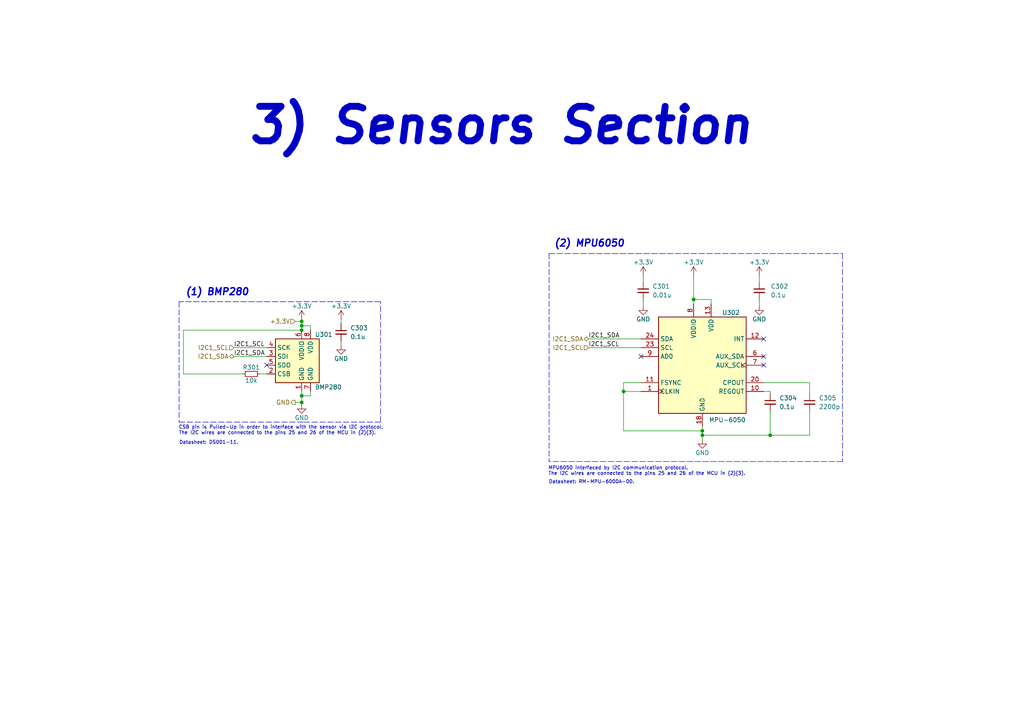
<source format=kicad_sch>
(kicad_sch (version 20211123) (generator eeschema)
  (paper "A4")
  (title_block (title "BaroAxel Brain PCB | Sensors Section") (rev "1.2") (company "Electro Scientific Club | Mohamed Yanis Hiou") (comment 1 "MPU6050 and BMP280 Sensors.") (comment 2 "Sesnsors' section of the BaroAxel Brain PCB."))
  (lib_symbols
    (symbol "Device:C_Small" (pin_numbers hide) (pin_names (offset 0.254) hide)
      (property "Reference" "C" (at 0.254 1.778 0))
      (property "Value" "C_Small" (at 0.254 -2.032 0))
      (symbol "C_Small_0_1"
        (polyline (pts (xy -1.524 -0.508) (xy 1.524 -0.508)) (stroke (width 0.3302)))
        (polyline (pts (xy -1.524 0.508) (xy 1.524 0.508)) (stroke (width 0.3048)))
      )
      (symbol "C_Small_1_1"
        (pin passive line (at 0 2.54 270) (length 2.032) (name "~") (number "1"))
        (pin passive line (at 0 -2.54 90) (length 2.032) (name "~") (number "2"))
      )
    )
    (symbol "Device:R_Small" (pin_numbers hide) (pin_names (offset 0.254) hide)
      (property "Reference" "R" (at 0.762 0.508 0))
      (property "Value" "R_Small" (at 0.762 -1.016 0))
      (symbol "R_Small_0_1"
        (rectangle (start -0.762 1.778) (end 0.762 -1.778) (stroke (width 0.2032)))
      )
      (symbol "R_Small_1_1"
        (pin passive line (at 0 2.54 270) (length 0.762) (name "~") (number "1"))
        (pin passive line (at 0 -2.54 90) (length 0.762) (name "~") (number "2"))
      )
    )
    (symbol "Sensor_Motion:MPU-6050"
      (property "Reference" "U" (at -11.43 13.97 0))
      (property "Value" "MPU-6050" (at 7.62 -15.24 0))
      (symbol "MPU-6050_0_0"
        (text "" (at 12.7 -2.54 0) (effects (font (size 1.27 1.27))))
      )
      (symbol "MPU-6050_0_1"
        (rectangle (start -12.7 13.97) (end 12.7 -13.97) (stroke (width 0.254)) (fill (type background)))
      )
      (symbol "MPU-6050_1_1"
        (pin input clock (at -17.78 -7.62 0) (length 5.08) (name "CLKIN") (number "1"))
        (pin passive line (at 17.78 -7.62 180) (length 5.08) (name "REGOUT") (number "10"))
        (pin input line (at -17.78 -5.08 0) (length 5.08) (name "FSYNC") (number "11"))
        (pin output line (at 17.78 7.62 180) (length 5.08) (name "INT") (number "12"))
        (pin power_in line (at 2.54 17.78 270) (length 3.81) (name "VDD") (number "13"))
        (pin no_connect line (at -12.7 -10.16 0) (length 2.54) hide (name "NC") (number "14"))
        (pin no_connect line (at 12.7 12.7 180) (length 2.54) hide (name "NC") (number "15"))
        (pin no_connect line (at 12.7 10.16 180) (length 2.54) hide (name "NC") (number "16"))
        (pin no_connect line (at 12.7 5.08 180) (length 2.54) hide (name "NC") (number "17"))
        (pin power_in line (at 0 -17.78 90) (length 3.81) (name "GND") (number "18"))
        (pin no_connect line (at 12.7 -10.16 180) (length 2.54) hide (name "NC") (number "19"))
        (pin no_connect line (at -12.7 12.7 0) (length 2.54) hide (name "NC") (number "2"))
        (pin passive line (at 17.78 -5.08 180) (length 5.08) (name "CPOUT") (number "20"))
        (pin no_connect line (at 12.7 -2.54 180) (length 2.54) hide (name "NC") (number "21"))
        (pin no_connect line (at 12.7 -12.7 180) (length 2.54) hide (name "NC") (number "22"))
        (pin input line (at -17.78 5.08 0) (length 5.08) (name "SCL") (number "23"))
        (pin bidirectional line (at -17.78 7.62 0) (length 5.08) (name "SDA") (number "24"))
        (pin no_connect line (at -12.7 10.16 0) (length 2.54) hide (name "NC") (number "3"))
        (pin no_connect line (at -12.7 0 0) (length 2.54) hide (name "NC") (number "4"))
        (pin no_connect line (at -12.7 -2.54 0) (length 2.54) hide (name "NC") (number "5"))
        (pin bidirectional line (at 17.78 2.54 180) (length 5.08) (name "AUX_SDA") (number "6"))
        (pin output clock (at 17.78 0 180) (length 5.08) (name "AUX_SCL") (number "7"))
        (pin power_in line (at -2.54 17.78 270) (length 3.81) (name "VDDIO") (number "8"))
        (pin input line (at -17.78 2.54 0) (length 5.08) (name "AD0") (number "9"))
      )
    )
    (symbol "Sensor_Pressure:BMP280"
      (property "Reference" "U" (at -7.62 10.16 0))
      (property "Value" "BMP280" (at 5.08 10.16 0))
      (symbol "BMP280_0_1"
        (rectangle (start -7.62 -5.08) (end 5.08 7.62) (stroke (width 0.254)) (fill (type background)))
      )
      (symbol "BMP280_1_1"
        (pin power_in line (at 0 -7.62 90) (length 2.54) (name "GND") (number "1"))
        (pin input line (at -10.16 -2.54 0) (length 2.54) (name "CSB") (number "2"))
        (pin bidirectional line (at -10.16 2.54 0) (length 2.54) (name "SDI") (number "3"))
        (pin input line (at -10.16 5.08 0) (length 2.54) (name "SCK") (number "4"))
        (pin bidirectional line (at -10.16 0 0) (length 2.54) (name "SDO") (number "5"))
        (pin power_in line (at 0 10.16 270) (length 2.54) (name "VDDIO") (number "6"))
        (pin power_in line (at 2.54 -7.62 90) (length 2.54) (name "GND") (number "7"))
        (pin power_in line (at 2.54 10.16 270) (length 2.54) (name "VDD") (number "8"))
      )
    )
    (symbol "power:+3.3V" (power) (pin_names (offset 0))
      (property "Value" "+3.3V" (at 0 3.556 0))
      (symbol "+3.3V_0_1"
        (polyline (pts (xy -0.762 1.27) (xy 0 2.54)))
        (polyline (pts (xy 0 0) (xy 0 2.54)))
        (polyline (pts (xy 0 2.54) (xy 0.762 1.27)))
      )
      (symbol "+3.3V_1_1"
        (pin power_in line (at 0 0 90) (length 0) hide (name "+3.3V") (number "1"))
      )
    )
    (symbol "power:GND" (power) (pin_names (offset 0))
      (property "Value" "GND" (at 0 -3.81 0))
      (symbol "GND_0_1"
        (polyline (pts (xy 0 0) (xy 0 -1.27) (xy 1.27 -1.27) (xy 0 -2.54) (xy -1.27 -1.27) (xy 0 -1.27)))
      )
      (symbol "GND_1_1"
        (pin power_in line (at 0 0 270) (length 0) hide (name "GND") (number "1"))
      )
    )
  )
  (junction (at 201.168 86.868))
  (junction (at 223.393 126.238))
  (junction (at 180.848 113.538))
  (junction (at 87.503 93.218))
  (junction (at 203.708 126.238))
  (junction (at 87.503 114.808))
  (junction (at 203.708 124.968))
  (junction (at 87.503 94.488))
  (junction (at 87.503 95.758))
  (junction (at 87.503 116.713))
  (no_connect (at 221.488 98.298))
  (no_connect (at 77.343 105.918))
  (no_connect (at 221.488 103.378))
  (no_connect (at 221.488 105.918))
  (no_connect (at 185.928 103.378))
  (wire (pts (xy 87.503 116.713) (xy 87.503 117.348)))
  (wire (pts (xy 85.598 93.218) (xy 87.503 93.218)))
  (wire (pts (xy 203.708 124.968) (xy 203.708 126.238)))
  (wire (pts (xy 220.218 79.883) (xy 220.218 81.788)))
  (wire (pts (xy 221.488 113.538) (xy 223.393 113.538)))
  (wire (pts (xy 206.248 88.138) (xy 206.248 86.868)))
  (polyline (pts (xy 51.943 122.428) (xy 88.138 122.428)))
  (wire (pts (xy 223.393 119.253) (xy 223.393 126.238)))
  (wire (pts (xy 98.933 98.933) (xy 98.933 100.203)))
  (wire (pts (xy 170.688 100.838) (xy 185.928 100.838)))
  (wire (pts (xy 87.503 113.538) (xy 87.503 114.808)))
  (polyline (pts (xy 88.138 122.428) (xy 110.363 122.428)))
  (wire (pts (xy 234.823 114.173) (xy 234.823 110.998)))
  (wire (pts (xy 85.598 116.713) (xy 87.503 116.713)))
  (wire (pts (xy 98.933 92.583) (xy 98.933 93.853)))
  (wire (pts (xy 90.043 94.488) (xy 87.503 94.488)))
  (wire (pts (xy 180.848 110.998) (xy 180.848 113.538)))
  (polyline (pts (xy 51.943 87.503) (xy 51.943 122.428)))
  (polyline (pts (xy 110.363 122.428) (xy 110.363 87.503)))
  (wire (pts (xy 185.928 113.538) (xy 180.848 113.538)))
  (wire (pts (xy 67.818 103.378) (xy 77.343 103.378)))
  (wire (pts (xy 201.168 86.868) (xy 206.248 86.868)))
  (wire (pts (xy 90.043 114.808) (xy 87.503 114.808)))
  (wire (pts (xy 186.563 86.868) (xy 186.563 88.773)))
  (wire (pts (xy 90.043 95.758) (xy 90.043 94.488)))
  (wire (pts (xy 67.818 100.838) (xy 77.343 100.838)))
  (polyline (pts (xy 159.258 73.533) (xy 244.348 73.533)))
  (polyline (pts (xy 244.348 73.533) (xy 244.348 133.858)))
  (wire (pts (xy 87.503 93.218) (xy 87.503 94.488)))
  (wire (pts (xy 234.823 110.998) (xy 221.488 110.998)))
  (wire (pts (xy 87.503 94.488) (xy 87.503 95.758)))
  (polyline (pts (xy 110.363 87.503) (xy 51.943 87.503)))
  (wire (pts (xy 201.168 79.883) (xy 201.168 86.868)))
  (wire (pts (xy 185.928 110.998) (xy 180.848 110.998)))
  (wire (pts (xy 87.503 92.583) (xy 87.503 93.218)))
  (wire (pts (xy 53.213 95.758) (xy 87.503 95.758)))
  (wire (pts (xy 180.848 124.968) (xy 203.708 124.968)))
  (wire (pts (xy 90.043 113.538) (xy 90.043 114.808)))
  (wire (pts (xy 234.823 126.238) (xy 223.393 126.238)))
  (polyline (pts (xy 244.348 133.858) (xy 159.258 133.858)))
  (wire (pts (xy 180.848 113.538) (xy 180.848 124.968)))
  (wire (pts (xy 53.213 108.458) (xy 70.358 108.458)))
  (wire (pts (xy 87.503 114.808) (xy 87.503 116.713)))
  (wire (pts (xy 223.393 126.238) (xy 203.708 126.238)))
  (wire (pts (xy 53.213 108.458) (xy 53.213 95.758)))
  (wire (pts (xy 234.823 119.253) (xy 234.823 126.238)))
  (wire (pts (xy 203.708 123.698) (xy 203.708 124.968)))
  (wire (pts (xy 203.708 126.238) (xy 203.708 127.508)))
  (wire (pts (xy 75.438 108.458) (xy 77.343 108.458)))
  (wire (pts (xy 201.168 86.868) (xy 201.168 88.138)))
  (wire (pts (xy 186.563 79.883) (xy 186.563 81.788)))
  (wire (pts (xy 223.393 113.538) (xy 223.393 114.173)))
  (wire (pts (xy 170.688 98.298) (xy 185.928 98.298)))
  (wire (pts (xy 220.218 86.868) (xy 220.218 88.773)))
  (polyline (pts (xy 159.258 73.533) (xy 159.258 133.858)))
  (text "MPU6050 interfaced by I2C communication protocol.\nThe I2C wires are connected to the pins 25 and 26 of the MCU in (2)(3)." (at 159.004 138.049 0) (effects (font (size 1 1)) (justify left bottom)))
  (text "Datasheet: RM-MPU-6000A-00." (at 159.131 140.462 0) (effects (font (size 1 1)) (justify left bottom)))
  (text "3) Sensors Section" (at 71.374 42.418 0) (effects (font (size 10 10) bold italic) (justify left bottom)))
  (text "(2) MPU6050" (at 160.655 71.882 0) (effects (font (size 2 2) bold italic) (justify left bottom)))
  (text "Datasheet: DS001-11." (at 51.943 129.032 0) (effects (font (size 1 1)) (justify left bottom)))
  (text "CSB pin is Pulled-Up in order to interface with the sensor via I2C protocol.\nThe I2C wires are connected to the pins 25 and 26 of the MCU in (2)(3)." (at 51.816 126.238 0) (effects (font (size 1 1)) (justify left bottom)))
  (text "(1) BMP280\n" (at 53.721 85.979 0) (effects (font (size 2 2) bold italic) (justify left bottom)))
  (label "I2C1_SCL" (at 67.818 100.838 0))
  (label "I2C1_SCL" (at 170.688 100.838 0))
  (label "I2C1_SDA" (at 67.818 103.378 0))
  (label "I2C1_SDA" (at 170.688 98.298 0))
  (hierarchical_label "I2C1_SDA" (shape bidirectional) (at 170.688 98.298 180))
  (hierarchical_label "+3.3V" (shape input) (at 85.598 93.218 180))
  (hierarchical_label "I2C1_SCL" (shape input) (at 67.818 100.838 180))
  (hierarchical_label "I2C1_SCL" (shape input) (at 170.688 100.838 180))
  (hierarchical_label "GND" (shape output) (at 85.598 116.713 180))
  (hierarchical_label "I2C1_SDA" (shape bidirectional) (at 67.818 103.378 180))
  (symbol (lib_id "power:GND") (at 87.503 117.348 0) (unit 1)
    (property "Reference" "#PWR0309" (effects hide))
    (property "Value" "GND" (at 87.503 121.158 0))
  )
  (symbol (lib_id "Device:R_Small") (at 72.898 108.458 90) (unit 1)
    (property "Reference" "R301" (at 72.898 106.553 90))
    (property "Value" "10k" (at 72.898 110.363 90))
    (property "Footprint" "Resistor_SMD:R_0603_1608Metric" (effects hide))
  )
  (symbol (lib_id "power:GND") (at 220.218 88.773 0) (unit 1)
    (property "Reference" "#PWR0305" (effects hide))
    (property "Value" "GND" (at 220.218 92.583 0))
  )
  (symbol (lib_id "Sensor_Pressure:BMP280") (at 87.503 105.918 0) (unit 1)
    (property "Reference" "U301" (at 91.313 97.028 0) (effects (justify left)))
    (property "Value" "BMP280" (at 91.313 112.268 0) (effects (justify left)))
    (property "Footprint" "Package_LGA:Bosch_LGA-8_2x2.5mm_P0.65mm_ClockwisePinNumbering" (effects hide))
    (property "Datasheet" "https://ae-bst.resource.bosch.com/media/_tech/media/datasheets/BST-BMP280-DS001.pdf" (effects hide))
  )
  (symbol (lib_id "Device:C_Small") (at 186.563 84.328 0) (unit 1)
    (property "Reference" "C301" (at 189.23 83.0642 0) (effects (justify left)))
    (property "Value" "0.01u" (at 189.23 85.6042 0) (effects (justify left)))
    (property "Footprint" "Capacitor_SMD:C_0603_1608Metric" (effects hide))
  )
  (symbol (lib_id "Sensor_Motion:MPU-6050") (at 203.708 105.918 0) (unit 1)
    (property "Reference" "U302" (at 209.423 90.678 0) (effects (justify left)))
    (property "Value" "MPU-6050" (at 205.613 121.793 0) (effects (justify left)))
    (property "Footprint" "Sensor_Motion:InvenSense_QFN-24_4x4mm_P0.5mm" (effects hide))
    (property "Datasheet" "https://store.invensense.com/datasheets/invensense/MPU-6050_DataSheet_V3%204.pdf" (effects hide))
  )
  (symbol (lib_id "power:+3.3V") (at 87.503 92.583 0) (unit 1)
    (property "Reference" "#PWR0306" (effects hide))
    (property "Value" "+3.3V" (at 87.503 88.773 0))
  )
  (symbol (lib_id "power:GND") (at 186.563 88.773 0) (unit 1)
    (property "Reference" "#PWR0304" (effects hide))
    (property "Value" "GND" (at 186.563 92.583 0))
  )
  (symbol (lib_id "power:+3.3V") (at 201.168 79.883 0) (unit 1)
    (property "Reference" "#PWR0302" (effects hide))
    (property "Value" "+3.3V" (at 201.168 76.073 0))
  )
  (symbol (lib_id "Device:C_Small") (at 220.218 84.328 0) (unit 1)
    (property "Reference" "C302" (at 223.52 83.0642 0) (effects (justify left)))
    (property "Value" "0.1u" (at 223.52 85.6042 0) (effects (justify left)))
    (property "Footprint" "Capacitor_SMD:C_0603_1608Metric" (effects hide))
  )
  (symbol (lib_id "Device:C_Small") (at 98.933 96.393 0) (unit 1)
    (property "Reference" "C303" (at 101.6 95.1292 0) (effects (justify left)))
    (property "Value" "0.1u" (at 101.6 97.6692 0) (effects (justify left)))
    (property "Footprint" "Capacitor_SMD:C_0603_1608Metric" (effects hide))
  )
  (symbol (lib_id "power:GND") (at 98.933 100.203 0) (unit 1)
    (property "Reference" "#PWR0308" (effects hide))
    (property "Value" "GND" (at 98.933 104.013 0))
  )
  (symbol (lib_id "power:GND") (at 203.708 127.508 0) (unit 1)
    (property "Reference" "#PWR0310" (effects hide))
    (property "Value" "GND" (at 203.708 131.318 0))
  )
  (symbol (lib_id "power:+3.3V") (at 186.563 79.883 0) (unit 1)
    (property "Reference" "#PWR0301" (effects hide))
    (property "Value" "+3.3V" (at 186.563 76.073 0))
  )
  (symbol (lib_id "Device:C_Small") (at 234.823 116.713 0) (unit 1)
    (property "Reference" "C305" (at 237.49 115.4492 0) (effects (justify left)))
    (property "Value" "2200p" (at 237.49 117.9892 0) (effects (justify left)))
    (property "Footprint" "Capacitor_SMD:C_0603_1608Metric" (effects hide))
  )
  (symbol (lib_id "Device:C_Small") (at 223.393 116.713 0) (unit 1)
    (property "Reference" "C304" (at 226.06 115.4492 0) (effects (justify left)))
    (property "Value" "0.1u" (at 226.06 117.9892 0) (effects (justify left)))
    (property "Footprint" "Capacitor_SMD:C_0603_1608Metric" (effects hide))
  )
  (symbol (lib_id "power:+3.3V") (at 98.933 92.583 0) (unit 1)
    (property "Reference" "#PWR0307" (effects hide))
    (property "Value" "+3.3V" (at 98.933 88.773 0))
  )
  (symbol (lib_id "power:+3.3V") (at 220.218 79.883 0) (unit 1)
    (property "Reference" "#PWR0303" (effects hide))
    (property "Value" "+3.3V" (at 220.218 76.073 0))
  )
)
</source>
